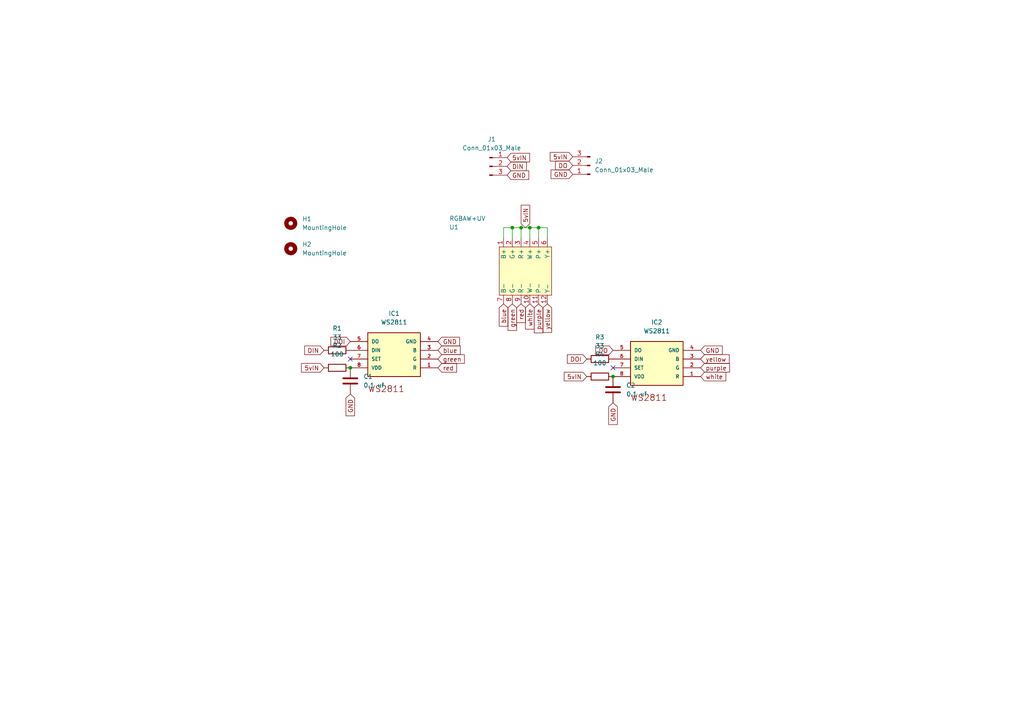
<source format=kicad_sch>
(kicad_sch (version 20231120) (generator "eeschema") (generator_version "8.0")
  (paper "A4")
  (lib_symbols
    (symbol "Connector:Conn_01x03_Male" (pin_names (offset 1.016) hide)
      (property "Reference" "J" (at 0 5.08 0))
      (property "Value" "Conn_01x03_Male" (at 0 -5.08 0))
      (symbol "Conn_01x03_Male_1_1"
        (polyline (pts (xy 1.27 -2.54) (xy 0.8636 -2.54)) (stroke (width 0.1524)))
        (polyline (pts (xy 1.27 0) (xy 0.8636 0)) (stroke (width 0.1524)))
        (polyline (pts (xy 1.27 2.54) (xy 0.8636 2.54)) (stroke (width 0.1524)))
        (rectangle (start 0.8636 -2.413) (end 0 -2.667) (stroke (width 0.1524)) (fill (type outline)))
        (rectangle (start 0.8636 0.127) (end 0 -0.127) (stroke (width 0.1524)) (fill (type outline)))
        (rectangle (start 0.8636 2.667) (end 0 2.413) (stroke (width 0.1524)) (fill (type outline)))
        (pin passive line (at 5.08 2.54 180) (length 3.81) (name "Pin_1") (number "1"))
        (pin passive line (at 5.08 0 180) (length 3.81) (name "Pin_2") (number "2"))
        (pin passive line (at 5.08 -2.54 180) (length 3.81) (name "Pin_3") (number "3"))
      )
    )
    (symbol "Device:C" (pin_numbers hide) (pin_names (offset 0.254))
      (property "Reference" "C" (at 0.635 2.54 0))
      (property "Value" "C" (at 0.635 -2.54 0))
      (symbol "C_0_1"
        (polyline (pts (xy -2.032 -0.762) (xy 2.032 -0.762)) (stroke (width 0.508)))
        (polyline (pts (xy -2.032 0.762) (xy 2.032 0.762)) (stroke (width 0.508)))
      )
      (symbol "C_1_1"
        (pin passive line (at 0 3.81 270) (length 2.794) (name "~") (number "1"))
        (pin passive line (at 0 -3.81 90) (length 2.794) (name "~") (number "2"))
      )
    )
    (symbol "Device:R" (pin_numbers hide) (pin_names (offset 0))
      (property "Reference" "R" (at 2.032 0 90))
      (property "Value" "R" (at 0 0 90))
      (symbol "R_0_1"
        (rectangle (start -1.016 -2.54) (end 1.016 2.54) (stroke (width 0.254)))
      )
      (symbol "R_1_1"
        (pin passive line (at 0 3.81 270) (length 1.27) (name "~") (number "1"))
        (pin passive line (at 0 -3.81 90) (length 1.27) (name "~") (number "2"))
      )
    )
    (symbol "Mechanical:MountingHole" (pin_names (offset 1.016))
      (property "Reference" "H" (at 0 5.08 0))
      (property "Value" "MountingHole" (at 0 3.175 0))
      (symbol "MountingHole_0_1"
        (circle (center 0 0) (radius 1.27) (stroke (width 1.27)))
      )
    )
    (symbol "RGBAW+UV_1"
      (property "Reference" "U1" (at 5.7149 15.748 90))
      (property "Value" "RGBAW+UV" (at 8.2549 15.748 90))
      (symbol "RGBAW+UV_1_0_1"
        (rectangle (start -13.97 1.27) (end 0 -13.97) (fill (type background)))
      )
      (symbol "RGBAW+UV_1_1_1"
        (pin input line (at 2.54 0 180) (length 2.54) (name "B+") (number "1"))
        (pin input line (at -16.51 -7.62 0) (length 2.54) (name "W-") (number "10"))
        (pin input line (at -16.51 -10.16 0) (length 2.54) (name "P-") (number "11"))
        (pin input line (at -16.51 -12.7 0) (length 2.54) (name "Y-") (number "12"))
        (pin input line (at 2.54 -2.54 180) (length 2.54) (name "G+") (number "2"))
        (pin input line (at 2.54 -5.08 180) (length 2.54) (name "R+") (number "3"))
        (pin input line (at 2.54 -7.62 180) (length 2.54) (name "W+") (number "4"))
        (pin input line (at 2.54 -10.16 180) (length 2.54) (name "P+") (number "5"))
        (pin input line (at 2.54 -12.7 180) (length 2.54) (name "Y+") (number "6"))
        (pin input line (at -16.51 0 0) (length 2.54) (name "B-") (number "7"))
        (pin input line (at -16.51 -2.54 0) (length 2.54) (name "G-") (number "8"))
        (pin input line (at -16.51 -5.08 0) (length 2.54) (name "R-") (number "9"))
      )
    )
    (symbol "WS2811:WS2811" (pin_names (offset 1.016))
      (property "Reference" "IC" (at -7.62 -7.62 0))
      (property "Value" "WS2811" (at 0 0 0))
      (symbol "WS2811_0_0"
        (rectangle (start -7.62 -5.08) (end 7.62 7.62) (stroke (width 0.254)) (fill (type background)))
        (text "WS2811" (at 7.62 10.16 0) (effects (font (size 1.778 1.778)) (justify right top)))
        (pin open_collector line (at -12.7 5.08 0) (length 5.08) (name "R") (number "1"))
        (pin open_collector line (at -12.7 2.54 0) (length 5.08) (name "G") (number "2"))
        (pin open_collector line (at -12.7 0 0) (length 5.08) (name "B") (number "3"))
        (pin power_in line (at -12.7 -2.54 0) (length 5.08) (name "GND") (number "4"))
        (pin output line (at 12.7 -2.54 180) (length 5.08) (name "DO") (number "5"))
        (pin input line (at 12.7 0 180) (length 5.08) (name "DIN") (number "6"))
        (pin input line (at 12.7 2.54 180) (length 5.08) (name "SET") (number "7"))
        (pin power_in line (at 12.7 5.08 180) (length 5.08) (name "VDD") (number "8"))
      )
    )
  )
  (junction (at 177.8 109.22))
  (junction (at 153.67 66.04))
  (junction (at 148.59 66.04))
  (junction (at 101.6 106.68))
  (junction (at 151.13 66.04))
  (junction (at 156.21 66.04))
  (no_connect (at 177.8 106.68))
  (no_connect (at 101.6 104.14))
  (wire (pts (xy 156.21 66.04) (xy 158.75 66.04)))
  (wire (pts (xy 146.05 69.088) (xy 146.05 66.04)))
  (wire (pts (xy 146.05 66.04) (xy 148.59 66.04)))
  (wire (pts (xy 156.21 66.04) (xy 156.21 69.088)))
  (wire (pts (xy 153.67 66.04) (xy 156.21 66.04)))
  (wire (pts (xy 148.59 66.04) (xy 151.13 66.04)))
  (wire (pts (xy 151.13 66.04) (xy 153.67 66.04)))
  (wire (pts (xy 148.59 69.088) (xy 148.59 66.04)))
  (wire (pts (xy 151.13 66.04) (xy 151.13 69.088)))
  (wire (pts (xy 153.67 66.04) (xy 153.67 69.088)))
  (wire (pts (xy 158.75 69.088) (xy 158.75 66.04)))
  (global_label "5vIN" (shape input) (at 166.116 45.466 180) (property "Intersheetrefs" "${INTERSHEET_REFS}" (effects (hide yes))))
  (global_label "DO" (shape input) (at 166.116 48.006 180) (property "Intersheetrefs" "${INTERSHEET_REFS}" (effects (hide yes))))
  (global_label "GND" (shape input) (at 166.116 50.546 180) (property "Intersheetrefs" "${INTERSHEET_REFS}" (effects (hide yes))))
  (global_label "GND" (shape input) (at 127 99.06 0) (property "Intersheetrefs" "${INTERSHEET_REFS}" (effects (hide yes))))
  (global_label "red" (shape input) (at 127 106.68 0) (property "Intersheetrefs" "${INTERSHEET_REFS}" (effects (hide yes))))
  (global_label "yellow" (shape input) (at 203.2 104.14 0) (property "Intersheetrefs" "${INTERSHEET_REFS}" (effects (hide yes))))
  (global_label "blue" (shape input) (at 127 101.6 0) (property "Intersheetrefs" "${INTERSHEET_REFS}" (effects (hide yes))))
  (global_label "DO" (shape input) (at 177.8 101.6 180) (property "Intersheetrefs" "${INTERSHEET_REFS}" (effects (hide yes))))
  (global_label "DIN" (shape input) (at 147.066 48.26 0) (property "Intersheetrefs" "${INTERSHEET_REFS}" (effects (hide yes))))
  (global_label "5vIN" (shape input) (at 170.18 109.22 180) (property "Intersheetrefs" "${INTERSHEET_REFS}" (effects (hide yes))))
  (global_label "5vIN" (shape input) (at 147.066 45.72 0) (property "Intersheetrefs" "${INTERSHEET_REFS}" (effects (hide yes))))
  (global_label "5vIN" (shape input) (at 152.4 66.04 90) (property "Intersheetrefs" "${INTERSHEET_REFS}" (effects (hide yes))))
  (global_label "green" (shape input) (at 148.59 88.138 270) (property "Intersheetrefs" "${INTERSHEET_REFS}" (effects (hide yes))))
  (global_label "blue" (shape input) (at 146.05 88.138 270) (property "Intersheetrefs" "${INTERSHEET_REFS}" (effects (hide yes))))
  (global_label "yellow" (shape input) (at 158.75 88.138 270) (property "Intersheetrefs" "${INTERSHEET_REFS}" (effects (hide yes))))
  (global_label "white" (shape input) (at 153.67 88.138 270) (property "Intersheetrefs" "${INTERSHEET_REFS}" (effects (hide yes))))
  (global_label "GND" (shape input) (at 177.8 116.84 270) (property "Intersheetrefs" "${INTERSHEET_REFS}" (effects (hide yes))))
  (global_label "DIN" (shape input) (at 93.98 101.6 180) (property "Intersheetrefs" "${INTERSHEET_REFS}" (effects (hide yes))))
  (global_label "red" (shape input) (at 151.13 88.138 270) (property "Intersheetrefs" "${INTERSHEET_REFS}" (effects (hide yes))))
  (global_label "DOI" (shape input) (at 101.6 99.06 180) (property "Intersheetrefs" "${INTERSHEET_REFS}" (effects (hide yes))))
  (global_label "5vIN" (shape input) (at 93.98 106.68 180) (property "Intersheetrefs" "${INTERSHEET_REFS}" (effects (hide yes))))
  (global_label "white" (shape input) (at 203.2 109.22 0) (property "Intersheetrefs" "${INTERSHEET_REFS}" (effects (hide yes))))
  (global_label "purple" (shape input) (at 156.21 88.138 270) (property "Intersheetrefs" "${INTERSHEET_REFS}" (effects (hide yes))))
  (global_label "purple" (shape input) (at 203.2 106.68 0) (property "Intersheetrefs" "${INTERSHEET_REFS}" (effects (hide yes))))
  (global_label "GND" (shape input) (at 101.6 114.3 270) (property "Intersheetrefs" "${INTERSHEET_REFS}" (effects (hide yes))))
  (global_label "GND" (shape input) (at 203.2 101.6 0) (property "Intersheetrefs" "${INTERSHEET_REFS}" (effects (hide yes))))
  (global_label "green" (shape input) (at 127 104.14 0) (property "Intersheetrefs" "${INTERSHEET_REFS}" (effects (hide yes))))
  (global_label "GND" (shape input) (at 147.066 50.8 0) (property "Intersheetrefs" "${INTERSHEET_REFS}" (effects (hide yes))))
  (global_label "DOI" (shape input) (at 170.18 104.14 180) (property "Intersheetrefs" "${INTERSHEET_REFS}" (effects (hide yes))))
  (symbol (lib_id "Connector:Conn_01x03_Male") (at 171.196 48.006 180) (unit 1)
    (property "Reference" "J2" (at 172.466 46.7359 0) (effects (justify right)))
    (property "Value" "Conn_01x03_Male" (at 172.466 49.2759 0) (effects (justify right)))
    (property "Footprint" "Connector_JST:JST_EH_B3B-EH-A_1x03_P2.50mm_Vertical" (effects (hide yes)))
  )
  (symbol (lib_id "Device:C") (at 101.6 110.49 0) (unit 1)
    (property "Reference" "C1" (at 105.41 109.2199 0) (effects (justify left)))
    (property "Value" "0.1 uf" (at 105.41 111.7599 0) (effects (justify left)))
    (property "Footprint" "Capacitor_SMD:C_0603_1608Metric" (effects (hide yes)))
  )
  (symbol (lib_id "Connector:Conn_01x03_Male") (at 141.986 48.26 0) (unit 1)
    (property "Reference" "J1" (at 142.621 40.386 0))
    (property "Value" "Conn_01x03_Male" (at 142.621 42.926 0))
    (property "Footprint" "Connector_JST:JST_EH_B3B-EH-A_1x03_P2.50mm_Vertical" (effects (hide yes)))
  )
  (symbol (lib_id "WS2811:WS2811") (at 114.3 101.6 180) (unit 1)
    (property "Reference" "IC1" (at 114.3 90.932 0))
    (property "Value" "WS2811" (at 114.3 93.472 0))
    (property "Footprint" "WS2811:SO08-SKINNYPADS" (effects (hide yes)))
    (property "Description" "\nIC: driver; LED controller; MSOP8; 6÷7VDC; PWM; WS28XX\n" (effects (hide yes)))
    (property "MF" "Adafruit" (effects (hide yes)))
    (property "Package" "None" (effects (hide yes)))
    (property "Price" "None" (effects (hide yes)))
    (property "SnapEDA_Link" "https://www.snapeda.com/parts/WS2811/Adafruit+Industries/view-part/?ref=snap" (effects (hide yes)))
    (property "MP" "WS2811" (effects (hide yes)))
    (property "Availability" "Not in stock" (effects (hide yes)))
    (property "Check_prices" "https://www.snapeda.com/parts/WS2811/Adafruit+Industries/view-part/?ref=eda" (effects (hide yes)))
  )
  (symbol (lib_id "Device:R") (at 97.79 101.6 90) (unit 1)
    (property "Reference" "R1" (at 97.79 95.25 90))
    (property "Value" "33" (at 97.79 97.79 90))
    (property "Footprint" "Resistor_SMD:R_0603_1608Metric" (effects (hide yes)))
  )
  (symbol (lib_id "Device:R") (at 173.99 109.22 90) (unit 1)
    (property "Reference" "R4" (at 173.99 102.743 90))
    (property "Value" "100" (at 173.99 105.283 90))
    (property "Footprint" "Resistor_SMD:R_0603_1608Metric" (effects (hide yes)))
  )
  (symbol (lib_id "Mechanical:MountingHole") (at 84.328 64.77 0) (unit 1)
    (property "Reference" "H1" (at 87.63 63.4999 0) (effects (justify left)))
    (property "Value" "MountingHole" (at 87.63 66.0399 0) (effects (justify left)))
    (property "Footprint" "MountingHole:MountingHole_2.2mm_M2" (effects (hide yes)))
  )
  (symbol (lib_id "Device:R") (at 97.79 106.68 90) (unit 1)
    (property "Reference" "R2" (at 97.79 100.203 90))
    (property "Value" "100" (at 97.79 102.743 90))
    (property "Footprint" "Resistor_SMD:R_0603_1608Metric" (effects (hide yes)))
  )
  (symbol (lib_id "Mechanical:MountingHole") (at 84.328 72.136 0) (unit 1)
    (property "Reference" "H2" (at 87.63 70.8659 0) (effects (justify left)))
    (property "Value" "MountingHole" (at 87.63 73.4059 0) (effects (justify left)))
    (property "Footprint" "MountingHole:MountingHole_2.2mm_M2" (effects (hide yes)))
  )
  (symbol (lib_id "Device:R") (at 173.99 104.14 90) (unit 1)
    (property "Reference" "R3" (at 173.99 97.79 90))
    (property "Value" "33" (at 173.99 100.33 90))
    (property "Footprint" "Resistor_SMD:R_0603_1608Metric" (effects (hide yes)))
  )
  (symbol (lib_id "WS2811:WS2811") (at 190.5 104.14 180) (unit 1)
    (property "Reference" "IC2" (at 190.5 93.472 0))
    (property "Value" "WS2811" (at 190.5 96.012 0))
    (property "Footprint" "WS2811:SO08-SKINNYPADS" (effects (hide yes)))
    (property "Description" "\nIC: driver; LED controller; MSOP8; 6÷7VDC; PWM; WS28XX\n" (effects (hide yes)))
    (property "MF" "Adafruit" (effects (hide yes)))
    (property "Package" "None" (effects (hide yes)))
    (property "Price" "None" (effects (hide yes)))
    (property "SnapEDA_Link" "https://www.snapeda.com/parts/WS2811/Adafruit+Industries/view-part/?ref=snap" (effects (hide yes)))
    (property "MP" "WS2811" (effects (hide yes)))
    (property "Availability" "Not in stock" (effects (hide yes)))
    (property "Check_prices" "https://www.snapeda.com/parts/WS2811/Adafruit+Industries/view-part/?ref=eda" (effects (hide yes)))
  )
  (symbol (lib_name "RGBAW+UV_1") (lib_id "LED:RGBAW+UV") (at 146.05 71.628 90) (unit 1)
    (property "Reference" "U1" (at 130.302 65.9131 90) (effects (justify right)))
    (property "Value" "RGBAW+UV" (at 130.302 63.3731 90) (effects (justify right)))
    (property "Footprint" "LED_SMD:RGBWA+UV" (effects (hide yes)))
  )
  (symbol (lib_id "Device:C") (at 177.8 113.03 0) (unit 1)
    (property "Reference" "C2" (at 181.61 111.7599 0) (effects (justify left)))
    (property "Value" "0.1 uf" (at 181.61 114.2999 0) (effects (justify left)))
    (property "Footprint" "Capacitor_SMD:C_0603_1608Metric" (effects (hide yes)))
  )
)
</source>
